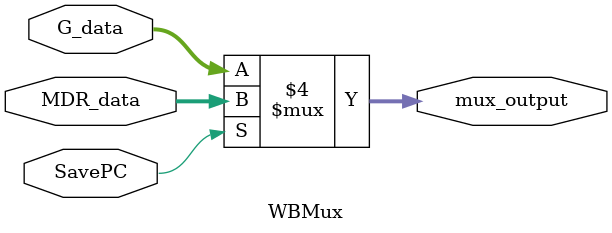
<source format=v>
module WBMux( input [15:0] MDR_data,
			  input [15:0] G_data,
			  input SavePC,
			  output reg [15:0] mux_output);

        always@(*) begin
            if(SavePC==1)
            mux_output <= MDR_data;
            else //(savePC==0)
            mux_output <= G_data;
        end
endmodule

</source>
